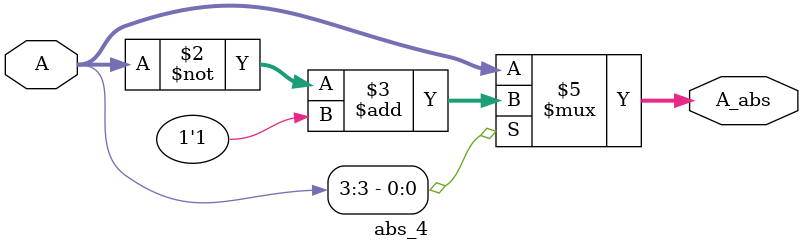
<source format=v>
`timescale 1ns / 1ps


module abs_4(
    input [3:0] A,
    output reg [3:0] A_abs
    );
    
    
 always  @*
    if (A[3]) begin
        A_abs = ~A + 1'b1;
    end else begin
        A_abs = A;
    end
   

endmodule

</source>
